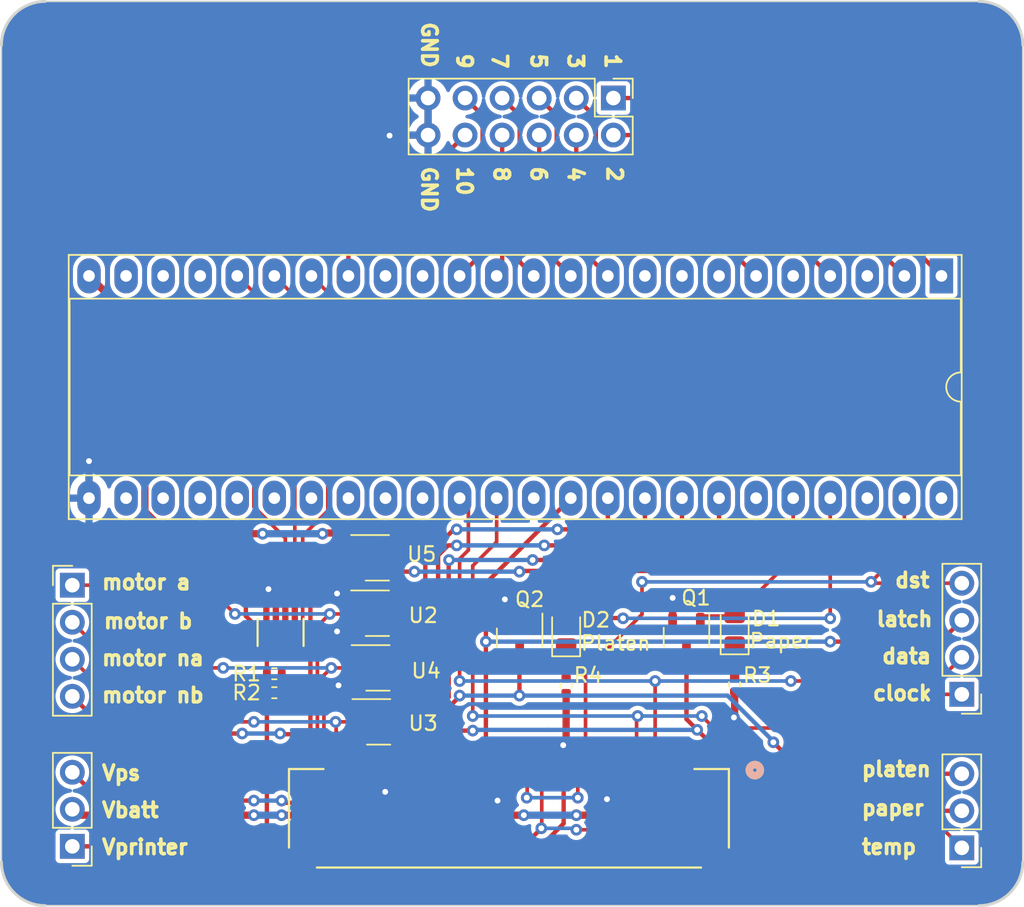
<source format=kicad_pcb>
(kicad_pcb (version 20221018) (generator pcbnew)
  (layers (0 "F.Cu" signal) (31 "B.Cu" power) (34 "B.Paste" user) (35 "F.Paste" user) (36 "B.SilkS" user "B.Silkscreen") (37 "F.SilkS" user "F.Silkscreen") (38 "B.Mask" user) (39 "F.Mask" user) (44 "Edge.Cuts" user))
  (net 0 "")
  (net 1 "/gpio1")
  (net 2 "/gpio2")
  (net 4 "/gpio3")
  (net 6 "/gpio4")
  (net 10 "/gpio5")
  (net 11 "/gpio6")
  (net 12 "/gpio7")
  (net 13 "/gpio8")
  (net 14 "/gpio9")
  (net 17 "/gpio10")
  (net 18 "/therm_spi_clk")
  (net 19 "/therm_spi_mosi")
  (net 20 "/therm_spi_cs")
  (net 24 "VCC")
  (net 25 "GND")
  (net 35 "/mech_data")
  (net 36 "/mech_clock")
  (net 38 "/mech_latch")
  (net 39 "/motor_a_sense")
  (net 40 "/motor_b_sense")
  (net 41 "/motor_na_sense")
  (net 42 "/motor_nb_sense")
  (net 44 "/paper_sensor_control")
  (net 45 "/platen_sensor_control")
  (net 47 "/mech_dst")
  (net 49 "/Vbatt")
  (net 50 "/Vprinter")
  (net 51 "/temp_sensor")
  (net 53 "/paper_sensor")
  (net 54 "/Vps")
  (net 55 "/platen_sensor")
  (net 58 "/motor_na")
  (net 59 "/motor_b")
  (net 60 "/motor_a")
  (net 61 "/motor_nb")
  (net 62 "Net-(D1-K)")
  (net 63 "Net-(D2-K)")
  (net 64 "Net-(U1-W)")
  (net 70 "Net-(R1-Pad2)")
  (footprint "Package_TO_SOT_SMD:SOT-23-5" (layer "F.Cu") (at 146.7625 103.15)
    (fp_text reference "U5")
    (fp_text value "AiP74LVC1G14GB235" hide)
  )
  (footprint "FH28-50S-0-5SH:FH28-50S-0.5SH05_HIR" (layer "F.Cu") (at 147.710005 117.710001)
    (fp_text reference "J2")
    (fp_text value "Conn_02x25_Mech")
  )
  (footprint "Resistor_SMD:R_0402_1005Metric" (layer "F.Cu") (at 159.7 111.905 -90)
    (fp_text reference "R4")
    (fp_text value "470")
  )
  (footprint "Package_DIP:DIP-48_W15.24mm_Socket_LongPads" (layer "F.Cu") (at 185.42 83.82 -90)
    (fp_text reference "J1")
    (fp_text value "Conn_02x24_Cmod_A7")
  )
  (footprint "LED_SMD:LED_0805_2012Metric" (layer "F.Cu") (at 159.7 108.2215 90)
    (fp_text reference "D2")
    (fp_text value "Platen")
  )
  (footprint "Resistor_SMD:R_0402_1005Metric" (layer "F.Cu") (at 171.25 111.832 -90)
    (fp_text reference "R3")
    (fp_text value "470")
  )
  (footprint "AD5165:UJ_8_ADI" (layer "F.Cu") (at 140.130001 108.26735 90)
    (fp_text reference "U1" hide)
    (fp_text value "AD5165BUJZ100-R2" hide)
  )
  (footprint "Connector_PinHeader_2.54mm:PinHeader_1x03_P2.54mm_Vertical" (layer "F.Cu") (at 125.857 122.936 180)
    (fp_text reference "J6")
    (fp_text value "Conn_01x03")
  )
  (footprint "Package_TO_SOT_SMD:SOT-23" (layer "F.Cu") (at 167.948 108.593 -90)
    (fp_text reference "Q1")
    (fp_text value "LBSS84LT1G" hide)
  )
  (footprint "Package_TO_SOT_SMD:SOT-23-5" (layer "F.Cu") (at 146.7625 106.95)
    (fp_text reference "U2")
    (fp_text value "AiP74LVC1G14GB235" hide)
  )
  (footprint "Connector_PinHeader_2.54mm:PinHeader_1x03_P2.54mm_Vertical" (layer "F.Cu") (at 186.817 123.038 180)
    (fp_text reference "J5")
    (fp_text value "Conn_01x03")
  )
  (footprint "Resistor_SMD:R_0402_1005Metric" (layer "F.Cu") (at 139.7 112.4)
    (fp_text reference "R1")
    (fp_text value "470")
  )
  (footprint "Connector_PinHeader_2.54mm:PinHeader_2x06_P2.54mm_Vertical" (layer "F.Cu") (at 162.936 71.623 -90)
    (fp_text reference "J7")
    (fp_text value "Conn_02x05_Top_Bottom")
  )
  (footprint "Connector_PinHeader_2.54mm:PinHeader_1x04_P2.54mm_Vertical" (layer "F.Cu") (at 125.857 105.029)
    (fp_text reference "J4")
    (fp_text value "Conn_01x04")
  )
  (footprint "Resistor_SMD:R_0402_1005Metric" (layer "F.Cu") (at 139.7 111.1 180)
    (fp_text reference "R2")
    (fp_text value "470")
  )
  (footprint "LED_SMD:LED_0805_2012Metric" (layer "F.Cu") (at 171.25 108.085 90)
    (fp_text reference "D1")
    (fp_text value "Paper")
  )
  (footprint "Package_TO_SOT_SMD:SOT-23-5" (layer "F.Cu") (at 146.85 114.4)
    (fp_text reference "U3")
    (fp_text value "AiP74LVC1G14GB235" hide)
  )
  (footprint "Package_TO_SOT_SMD:SOT-23" (layer "F.Cu") (at 156.514 108.643 -90)
    (fp_text reference "Q2")
    (fp_text value "LBSS84LT1G" hide)
  )
  (footprint "Package_TO_SOT_SMD:SOT-23-5" (layer "F.Cu") (at 146.8 110.7)
    (fp_text reference "U4")
    (fp_text value "AiP74LVC1G14GB235" hide)
  )
  (footprint "Connector_PinHeader_2.54mm:PinHeader_1x04_P2.54mm_Vertical" (layer "F.Cu") (at 186.817 112.512 180)
    (fp_text reference "J3")
    (fp_text value "Conn_01x04")
  )
  (gr_line (start 121 68) (end 121 124) (stroke (width 0.1)) (layer "Edge.Cuts"))
  (gr_arc (start 124 127) (mid 121.878679 126.121321) (end 121 124) (stroke (width 0.2)) (layer "Edge.Cuts"))
  (gr_arc (start 191 124) (mid 190.121321 126.121321) (end 188 127) (stroke (width 0.2)) (layer "Edge.Cuts"))
  (gr_arc (start 188 65) (mid 190.121321 65.878679) (end 191 68) (stroke (width 0.2)) (layer "Edge.Cuts"))
  (gr_line (start 124 127) (end 188 127) (stroke (width 0.1)) (layer "Edge.Cuts"))
  (gr_arc (start 121 68) (mid 121.878679 65.878679) (end 124 65) (stroke (width 0.2)) (layer "Edge.Cuts"))
  (gr_line (start 124 65) (end 188 65) (stroke (width 0.1)) (layer "Edge.Cuts"))
  (gr_line (start 191 68) (end 191 124) (stroke (width 0.1)) (layer "Edge.Cuts"))
  (gr_text "Vbatt" (at 127.762 121.031) (layer "F.SilkS") (effects (font (size 1 1) (thickness 0.25) bold) (justify left bottom)))
  (gr_text "GND" (at 149.733 76.2 270) (layer "F.SilkS") (effects (font (size 1 1) (thickness 0.25) bold) (justify left bottom)))
  (gr_text "motor nb" (at 127.762 113.157) (layer "F.SilkS") (effects (font (size 1 1) (thickness 0.25) bold) (justify left bottom)))
  (gr_text "4" (at 159.766 76.2 270) (layer "F.SilkS") (effects (font (size 1 1) (thickness 0.25) bold) (justify left bottom)))
  (gr_text "platen" (at 179.832 118.227) (layer "F.SilkS") (effects (font (size 1 1) (thickness 0.25) bold) (justify left bottom)))
  (gr_text "7" (at 154.559 68.453 270) (layer "F.SilkS") (effects (font (size 1 1) (thickness 0.25) bold) (justify left bottom)))
  (gr_text "3" (at 159.766 68.453 270) (layer "F.SilkS") (effects (font (size 1 1) (thickness 0.25) bold) (justify left bottom)))
  (gr_text "6" (at 157.226 76.2 270) (layer "F.SilkS") (effects (font (size 1 1) (thickness 0.25) bold) (justify left bottom)))
  (gr_text "GND" (at 149.733 66.294 270) (layer "F.SilkS") (effects (font (size 1 1) (thickness 0.25) bold) (justify left bottom)))
  (gr_text "data" (at 181.229 110.48) (layer "F.SilkS") (effects (font (size 1 1) (thickness 0.25) bold) (justify left bottom)))
  (gr_text "Vps" (at 127.762 118.491) (layer "F.SilkS") (effects (font (size 1 1) (thickness 0.25) bold) (justify left bottom)))
  (gr_text "motor a" (at 127.762 105.41) (layer "F.SilkS") (effects (font (size 1 1) (thickness 0.25) bold) (justify left bottom)))
  (gr_text "latch" (at 180.848 107.94) (layer "F.SilkS") (effects (font (size 1 1) (thickness 0.25) bold) (justify left bottom)))
  (gr_text "5" (at 157.226 68.453 270) (layer "F.SilkS") (effects (font (size 1 1) (thickness 0.25) bold) (justify left bottom)))
  (gr_text "1" (at 162.306 68.453 270) (layer "F.SilkS") (effects (font (size 1 1) (thickness 0.25) bold) (justify left bottom)))
  (gr_text "8" (at 154.686 76.2 270) (layer "F.SilkS") (effects (font (size 1 1) (thickness 0.25) bold) (justify left bottom)))
  (gr_text "9" (at 152.146 68.453 270) (layer "F.SilkS") (effects (font (size 1 1) (thickness 0.25) bold) (justify left bottom)))
  (gr_text "10" (at 152.146 76.2 270) (layer "F.SilkS") (effects (font (size 1 1) (thickness 0.25) bold) (justify left bottom)))
  (gr_text "motor b" (at 127.889 108.077) (layer "F.SilkS") (effects (font (size 1 1) (thickness 0.25) bold) (justify left bottom)))
  (gr_text "paper" (at 179.832 120.894) (layer "F.SilkS") (effects (font (size 1 1) (thickness 0.25) bold) (justify left bottom)))
  (gr_text "clock" (at 180.594 113.02) (layer "F.SilkS") (effects (font (size 1 1) (thickness 0.25) bold) (justify left bottom)))
  (gr_text "dst" (at 182.118 105.273) (layer "F.SilkS") (effects (font (size 1 1) (thickness 0.25) bold) (justify left bottom)))
  (gr_text "2" (at 162.433 76.2 270) (layer "F.SilkS") (effects (font (size 1 1) (thickness 0.25) bold) (justify left bottom)))
  (gr_text "temp" (at 179.832 123.561) (layer "F.SilkS") (effects (font (size 1 1) (thickness 0.25) bold) (justify left bottom)))
  (gr_text "Vprinter" (at 127.762 123.571) (layer "F.SilkS") (effects (font (size 1 1) (thickness 0.25) bold) (justify left bottom)))
  (gr_text "motor na" (at 127.762 110.617) (layer "F.SilkS") (effects (font (size 1 1) (thickness 0.25) bold) (justify left bottom)))
  (segment (start 162.936 71.623) (end 173.223 71.623) (width 0.3) (layer "F.Cu") (net 1))
  (segment (start 173.223 71.623) (end 185.42 83.82) (width 0.3) (layer "F.Cu") (net 1))
  (segment (start 173.223 74.163) (end 182.88 83.82) (width 0.3) (layer "F.Cu") (net 2))
  (segment (start 162.936 74.163) (end 173.223 74.163) (width 0.3) (layer "F.Cu") (net 2))
  (segment (start 161.736 76.136) (end 162.8 77.2) (width 0.3) (layer "F.Cu") (net 4))
  (segment (start 161.736 72.963) (end 161.736 76.136) (width 0.3) (layer "F.Cu") (net 4))
  (segment (start 162.8 77.2) (end 171.18 77.2) (width 0.3) (layer "F.Cu") (net 4))
  (segment (start 171.18 77.2) (end 177.8 83.82) (width 0.3) (layer "F.Cu") (net 4))
  (segment (start 160.396 71.623) (end 161.736 72.963) (width 0.3) (layer "F.Cu") (net 4))
  (segment (start 161.2 78.5) (end 167.4 78.5) (width 0.3) (layer "F.Cu") (net 6))
  (segment (start 160.396 77.696) (end 161.2 78.5) (width 0.3) (layer "F.Cu") (net 6))
  (segment (start 160.396 74.163) (end 160.396 77.696) (width 0.3) (layer "F.Cu") (net 6))
  (segment (start 167.4 78.5) (end 172.72 83.82) (width 0.3) (layer "F.Cu") (net 6))
  (segment (start 157.856 71.623) (end 159.056 72.823) (width 0.3) (layer "F.Cu") (net 10))
  (segment (start 159.056 72.823) (end 159.056 80.316) (width 0.3) (layer "F.Cu") (net 10))
  (segment (start 159.056 80.316) (end 162.56 83.82) (width 0.3) (layer "F.Cu") (net 10))
  (segment (start 157.856 81.656) (end 160.02 83.82) (width 0.3) (layer "F.Cu") (net 11))
  (segment (start 157.856 74.163) (end 157.856 81.656) (width 0.3) (layer "F.Cu") (net 11))
  (segment (start 155.316 71.623) (end 156.516 72.823) (width 0.3) (layer "F.Cu") (net 12))
  (segment (start 156.516 72.823) (end 156.516 82.856) (width 0.3) (layer "F.Cu") (net 12))
  (segment (start 156.516 82.856) (end 157.48 83.82) (width 0.3) (layer "F.Cu") (net 12))
  (segment (start 155.316 83.444) (end 154.94 83.82) (width 0.3) (layer "F.Cu") (net 13))
  (segment (start 155.316 74.163) (end 155.316 83.444) (width 0.3) (layer "F.Cu") (net 13))
  (segment (start 153.976 72.823) (end 153.976 82.244) (width 0.3) (layer "F.Cu") (net 14))
  (segment (start 152.776 71.623) (end 153.976 72.823) (width 0.3) (layer "F.Cu") (net 14))
  (segment (start 153.976 82.244) (end 152.4 83.82) (width 0.3) (layer "F.Cu") (net 14))
  (segment (start 144.78 82.159) (end 144.78 83.82) (width 0.3) (layer "F.Cu") (net 17))
  (segment (start 152.776 74.163) (end 144.78 82.159) (width 0.3) (layer "F.Cu") (net 17))
  (segment (start 141.6459 101.64509) (end 143.365 99.92599) (width 0.25) (layer "F.Cu") (net 18))
  (segment (start 143.365 84.945) (end 142.24 83.82) (width 0.25) (layer "F.Cu") (net 18))
  (segment (start 141.6459 109.0028) (end 141.6459 101.64509) (width 0.25) (layer "F.Cu") (net 18))
  (segment (start 141.105 109.5437) (end 141.6459 109.0028) (width 0.25) (layer "F.Cu") (net 18))
  (segment (start 143.365 99.92599) (end 143.365 84.945) (width 0.25) (layer "F.Cu") (net 18))
  (segment (start 141.105 85.225) (end 139.7 83.82) (width 0.25) (layer "F.Cu") (net 19))
  (segment (start 141.105 106.991) (end 141.105 85.225) (width 0.25) (layer "F.Cu") (net 19))
  (segment (start 140.455002 106.991) (end 140.455002 101.805992) (width 0.25) (layer "F.Cu") (net 20))
  (segment (start 140.455002 101.805992) (end 138.3 99.65099) (width 0.25) (layer "F.Cu") (net 20))
  (segment (start 138.3 84.96) (end 137.16 83.82) (width 0.25) (layer "F.Cu") (net 20))
  (segment (start 138.3 99.65099) (end 138.3 84.96) (width 0.25) (layer "F.Cu") (net 20))
  (segment (start 147.9 102.2) (end 146.7375 103.3625) (width 0.5) (layer "F.Cu") (net 24))
  (segment (start 137.75 107.15) (end 137.75 101.55) (width 0.3) (layer "F.Cu") (net 24))
  (segment (start 138.9 108.3) (end 137.75 107.15) (width 0.3) (layer "F.Cu") (net 24))
  (segment (start 137.75 101.55) (end 137.8 101.5) (width 0.3) (layer "F.Cu") (net 24))
  (segment (start 147.9 106) (end 147.9 106.388972) (width 0.5) (layer "F.Cu") (net 24))
  (segment (start 139.33755 108.3) (end 138.9 108.3) (width 0.3) (layer "F.Cu") (net 24))
  (segment (start 146.825 110.8625) (end 146.825 112.2875) (width 0.5) (layer "F.Cu") (net 24))
  (segment (start 127 83.82) (end 130.83 87.65) (width 0.5) (layer "F.Cu") (net 24))
  (segment (start 143.05 101.45) (end 143 101.5) (width 0.5) (layer "F.Cu") (net 24))
  (segment (start 147.15 101.45) (end 143.05 101.45) (width 0.5) (layer "F.Cu") (net 24))
  (segment (start 139.805 108.76745) (end 139.33755 108.3) (width 0.3) (layer "F.Cu") (net 24))
  (segment (start 147.9375 109.75) (end 146.825 110.8625) (width 0.5) (layer "F.Cu") (net 24))
  (segment (start 147.9 102.2) (end 147.15 101.45) (width 0.5) (layer "F.Cu") (net 24))
  (segment (start 147.9 106.388972) (end 146.7875 107.501472) (width 0.5) (layer "F.Cu") (net 24))
  (segment (start 130.83 99.977767) (end 132.352233 101.5) (width 0.5) (layer "F.Cu") (net 24))
  (segment (start 130.83 87.65) (end 130.83 99.977767) (width 0.5) (layer "F.Cu") (net 24))
  (segment (start 146.7375 104.8375) (end 147.9 106) (width 0.5) (layer "F.Cu") (net 24))
  (segment (start 132.352233 101.5) (end 137.8 101.5) (width 0.5) (layer "F.Cu") (net 24))
  (segment (start 139.805 109.5437) (end 139.805 108.76745) (width 0.3) (layer "F.Cu") (net 24))
  (segment (start 146.7375 103.3625) (end 146.7375 104.8375) (width 0.5) (layer "F.Cu") (net 24))
  (segment (start 137.8 101.5) (end 138.9 101.5) (width 0.5) (layer "F.Cu") (net 24))
  (segment (start 146.825 112.2875) (end 147.9875 113.45) (width 0.5) (layer "F.Cu") (net 24))
  (segment (start 146.7875 107.501472) (end 146.7875 108.6) (width 0.5) (layer "F.Cu") (net 24))
  (segment (start 146.7875 108.6) (end 147.9375 109.75) (width 0.5) (layer "F.Cu") (net 24))
  (via (at 143 101.5) (size 0.8) (drill 0.4) (layers "F.Cu" "B.Cu") (net 24))
  (via (at 138.9 101.5) (size 0.8) (drill 0.4) (layers "F.Cu" "B.Cu") (net 24))
  (segment (start 143 101.5) (end 138.9 101.5) (width 0.5) (layer "B.Cu") (net 24))
  (segment (start 159.7 114.2) (end 159.7 115.8) (width 0.5) (layer "F.Cu") (net 25))
  (segment (start 140.455002 108.38315) (end 139.805 107.733148) (width 0.3) (layer "F.Cu") (net 25))
  (segment (start 155.530004 117.710001) (end 155.030005 117.710001) (width 0.5) (layer "F.Cu") (net 25))
  (segment (start 154.030005 117.710001) (end 154.530004 117.710001) (width 0.5) (layer "F.Cu") (net 25))
  (segment (start 155.030005 117.710001) (end 154.530004 117.710001) (width 0.5) (layer "F.Cu") (net 25))
  (segment (start 162.530003 119.669997) (end 162.5 119.7) (width 0.25) (layer "F.Cu") (net 25))
  (segment (start 166.998 107.6555) (end 166.998 105.902) (width 0.5) (layer "F.Cu") (net 25))
  (segment (start 146.030003 117.710001) (end 146.304 117.710001) (width 0.25) (layer "F.Cu") (net 25))
  (segment (start 155.564 106.064) (end 155.5 106) (width 0.5) (layer "F.Cu") (net 25))
  (segment (start 159.030005 117.710001) (end 159.030005 116.469995) (width 0.3) (layer "F.Cu") (net 25))
  (segment (start 166.998 105.902) (end 167 105.9) (width 0.5) (layer "F.Cu") (net 25))
  (segment (start 147.637 74.163) (end 147.6 74.2) (width 0.5) (layer "F.Cu") (net 25))
  (segment (start 147.095303 119.2) (end 147.3 119.2) (width 0.25) (layer "F.Cu") (net 25))
  (segment (start 146.304 115.9415) (end 146.304 116.6) (width 0.5) (layer "F.Cu") (net 25))
  (segment (start 146.530005 117.710001) (end 146.304 117.710001) (width 0.25) (layer "F.Cu") (net 25))
  (segment (start 148.030004 117.710001) (end 148.030004 118.684702) (width 0.3) (layer "F.Cu") (net 25))
  (segment (start 145.7125 115.35) (end 146.304 115.9415) (width 0.5) (layer "F.Cu") (net 25))
  (segment (start 162.030004 117.710001) (end 162.530003 117.710001) (width 0.5) (layer "F.Cu") (net 25))
  (segment (start 139.805 105.805) (end 139.3 105.3) (width 0.25) (layer "F.Cu") (net 25))
  (segment (start 148.030004 118.684702) (end 147.514706 119.2) (width 0.3) (layer "F.Cu") (net 25))
  (segment (start 145.625 107.9) (end 144.3 107.9) (width 0.5) (layer "F.Cu") (net 25))
  (segment (start 159.030005 116.469995) (end 159.5 116) (width 0.3) (layer "F.Cu") (net 25))
  (segment (start 146.304 118.606082) (end 146.897918 119.2) (width 0.5) (layer "F.Cu") (net 25))
  (segment (start 145.625 104.1) (end 145.5 104.1) (width 0.5) (layer "F.Cu") (net 25))
  (segment (start 155.030005 117.710001) (end 155.030005 119.769995) (width 0.5) (layer "F.Cu") (net 25))
  (segment (start 155.530004 117.710001) (end 155.953005 117.710001) (width 0.5) (layer "F.Cu") (net 25))
  (segment (start 171.25 112.657) (end 171.25 114.05) (width 0.5) (layer "F.Cu") (net 25))
  (segment (start 162.530003 117.710001) (end 162.530003 119.669997) (width 0.25) (layer "F.Cu") (net 25))
  (segment (start 162.030004 117.710001) (end 161.607004 117.710001) (width 0.5) (layer "F.Cu") (net 25))
  (segment (start 139.805 106.991) (end 139.805 105.805) (width 0.25) (layer "F.Cu") (net 25))
  (segment (start 150.236 74.163) (end 147.637 74.163) (width 0.5) (layer "F.Cu") (net 25))
  (segment (start 155.030005 119.769995) (end 155 119.8) (width 0.5) (layer "F.Cu") (net 25))
  (segment (start 171.25 114.05) (end 171.2 114.1) (width 0.5) (layer "F.Cu") (net 25))
  (segment (start 146.304 116.6) (end 146.304 118.606082) (width 0.5) (layer "F.Cu") (net 25))
  (segment (start 163.030005 117.710001) (end 162.530003 117.710001) (width 0.5) (layer "F.Cu") (net 25))
  (segment (start 145.6625 111.65) (end 144.35 111.65) (width 0.5) (layer "F.Cu") (net 25))
  (segment (start 163.530004 117.710001) (end 163.030005 117.710001) (width 0.5) (layer "F.Cu") (net 25))
  (segment (start 155.564 107.7055) (end 155.564 106.064) (width 0.5) (layer "F.Cu") (net 25))
  (segment (start 163.530004 117.710001) (end 163.953004 117.710001) (width 0.5) (layer "F.Cu") (net 25))
  (segment (start 140.455002 109.5437) (end 140.455002 108.38315) (width 0.3) (layer "F.Cu") (net 25))
  (segment (start 150.236 71.623) (end 150.236 74.163) (width 0.5) (layer "F.Cu") (net 25))
  (segment (start 147.514706 119.2) (end 147.3 119.2) (width 0.3) (layer "F.Cu") (net 25))
  (segment (start 145.5 104.1) (end 144 105.6) (width 0.5) (layer "F.Cu") (net 25))
  (segment (start 139.805 107.733148) (end 139.805 106.991) (width 0.3) (layer "F.Cu") (net 25))
  (segment (start 159.7 115.8) (end 159.5 116) (width 0.5) (layer "F.Cu") (net 25))
  (segment (start 146.304 116.6) (end 146.304 117.710001) (width 0.5) (layer "F.Cu") (net 25))
  (segment (start 144.3 107.9) (end 144 108.2) (width 0.5) (layer "F.Cu") (net 25))
  (segment (start 127 96.52) (end 127 99.06) (width 0.5) (layer "F.Cu") (net 25))
  (segment (start 154.030005 117.710001) (end 153.630004 117.710001) (width 0.5) (layer "F.Cu") (net 25))
  (segment (start 159.7 112.73) (end 159.7 114.2) (width 0.5) (layer "F.Cu") (net 25))
  (segment (start 144.35 111.65) (end 144.1 111.9) (width 0.5) (layer "F.Cu") (net 25))
  (segment (start 146.897918 119.2) (end 147.3 119.2) (width 0.5) (layer "F.Cu") (net 25))
  (via (at 155 119.8) (size 0.8) (drill 0.4) (layers "F.Cu" "B.Cu") (net 25))
  (via (at 159.5 116) (size 0.8) (drill 0.4) (layers "F.Cu" "B.Cu") (net 25))
  (via (at 139.3 105.3) (size 0.8) (drill 0.4) (layers "F.Cu" "B.Cu") (net 25))
  (via (at 167 105.9) (size 0.8) (drill 0.4) (layers "F.Cu" "B.Cu") (net 25))
  (via (at 147.6 74.2) (size 0.8) (drill 0.4) (layers "F.Cu" "B.Cu") (net 25))
  (via (at 144.1 111.9) (size 0.8) (drill 0.4) (layers "F.Cu" "B.Cu") (net 25))
  (via (at 144 105.6) (size 0.8) (drill 0.4) (layers "F.Cu" "B.Cu") (net 25))
  (via (at 147.3 119.2) (size 0.8) (drill 0.4) (layers "F.Cu" "B.Cu") (net 25))
  (via (at 171.2 114.1) (size 0.8) (drill 0.4) (layers "F.Cu" "B.Cu") (net 25))
  (via (at 144 108.2) (size 0.8) (drill 0.4) (layers "F.Cu" "B.Cu") (net 25))
  (via (at 162.5 119.7) (size 0.8) (drill 0.4) (layers "F.Cu" "B.Cu") (net 25))
  (via (at 127 96.52) (size 0.8) (drill 0.4) (layers "F.Cu" "B.Cu") (net 25))
  (via (at 155.5 106) (size 0.8) (drill 0.4) (layers "F.Cu" "B.Cu") (net 25))
  (segment (start 175.1 111.6) (end 185.189 111.6) (width 0.25) (layer "F.Cu") (net 35))
  (segment (start 152.4 111.6) (end 152.4 103.225305) (width 0.25) (layer "F.Cu") (net 35))
  (segment (start 153 102.625305) (end 153 99.66) (width 0.25) (layer "F.Cu") (net 35))
  (segment (start 185.189 111.6) (end 186.817 109.972) (width 0.25) (layer "F.Cu") (net 35))
  (segment (start 165.030003 116.495302) (end 165.8 115.725305) (width 0.25) (layer "F.Cu") (net 35))
  (segment (start 152.4 103.225305) (end 153 102.625305) (width 0.25) (layer "F.Cu") (net 35))
  (segment (start 153 99.66) (end 152.4 99.06) (width 0.25) (layer "F.Cu") (net 35))
  (segment (start 165.030003 117.710001) (end 165.030003 116.495302) (width 0.25) (layer "F.Cu") (net 35))
  (segment (start 165.8 115.725305) (end 165.8 111.6) (width 0.25) (layer "F.Cu") (net 35))
  (via (at 175.1 111.6) (size 0.8) (drill 0.4) (layers "F.Cu" "B.Cu") (net 35))
  (via (at 152.4 111.6) (size 0.8) (drill 0.4) (layers "F.Cu" "B.Cu") (net 35))
  (via (at 165.8 111.6) (size 0.8) (drill 0.4) (layers "F.Cu" "B.Cu") (net 35))
  (segment (start 165.8 111.6) (end 169.3 111.6) (width 0.25) (layer "B.Cu") (net 35))
  (segment (start 165.8 111.6) (end 152.4 111.6) (width 0.25) (layer "B.Cu") (net 35))
  (segment (start 169.3 111.6) (end 175.1 111.6) (width 0.25) (layer "B.Cu") (net 35))
  (segment (start 154.94 102.06) (end 154.94 99.06) (width 0.25) (layer "F.Cu") (net 36))
  (segment (start 153.3 114) (end 153.3 103.7) (width 0.25) (layer "F.Cu") (net 36))
  (segment (start 164.530004 114.069996) (end 164.530004 117.710001) (width 0.25) (layer "F.Cu") (net 36))
  (segment (start 183.275 114.825) (end 185.588 112.512) (width 0.25) (layer "F.Cu") (net 36))
  (segment (start 153.3 103.7) (end 154.94 102.06) (width 0.25) (layer "F.Cu") (net 36))
  (segment (start 169.825 114.825) (end 183.275 114.825) (width 0.25) (layer "F.Cu") (net 36))
  (segment (start 164.6 114) (end 164.530004 114.069996) (width 0.25) (layer "F.Cu") (net 36))
  (segment (start 185.588 112.512) (end 186.817 112.512) (width 0.25) (layer "F.Cu") (net 36))
  (segment (start 169 114) (end 169.825 114.825) (width 0.25) (layer "F.Cu") (net 36))
  (via (at 153.3 114) (size 0.8) (drill 0.4) (layers "F.Cu" "B.Cu") (net 36))
  (via (at 169 114) (size 0.8) (drill 0.4) (layers "F.Cu" "B.Cu") (net 36))
  (via (at 164.6 114) (size 0.8) (drill 0.4) (layers "F.Cu" "B.Cu") (net 36))
  (segment (start 165 114) (end 164.6 114) (width 0.25) (layer "B.Cu") (net 36))
  (segment (start 164.6 114) (end 153.3 114) (width 0.25) (layer "B.Cu") (net 36))
  (segment (start 165 114) (end 169 114) (width 0.25) (layer "B.Cu") (net 36))
  (segment (start 177.8 108.9) (end 185.349 108.9) (width 0.3) (layer "F.Cu") (net 38))
  (segment (start 160.02 99.08) (end 160.02 99.06) (width 0.3) (layer "F.Cu") (net 38))
  (segment (start 185.349 108.9) (end 186.817 107.432) (width 0.3) (layer "F.Cu") (net 38))
  (segment (start 154.2 115.565304) (end 154.2 108.9) (width 0.3) (layer "F.Cu") (net 38))
  (segment (start 153.030004 117.710001) (end 153.030004 116.7353) (width 0.3) (layer "F.Cu") (net 38))
  (segment (start 154.2 104.9) (end 154.2 108.9) (width 0.3) (layer "F.Cu") (net 38))
  (segment (start 154.2 104.9) (end 160.02 99.08) (width 0.3) (layer "F.Cu") (net 38))
  (segment (start 153.030004 116.7353) (end 154.2 115.565304) (width 0.3) (layer "F.Cu") (net 38))
  (via (at 154.2 108.9) (size 0.8) (drill 0.4) (layers "F.Cu" "B.Cu") (net 38))
  (via (at 177.8 108.9) (size 0.8) (drill 0.4) (layers "F.Cu" "B.Cu") (net 38))
  (segment (start 154.2 108.9) (end 177.8 108.9) (width 0.3) (layer "B.Cu") (net 38))
  (segment (start 147.9 107.9) (end 147.9 107.369607) (width 0.3) (layer "F.Cu") (net 39))
  (segment (start 150.05 103.157733) (end 152.007733 101.2) (width 0.3) (layer "F.Cu") (net 39))
  (segment (start 147.9 107.369607) (end 150.05 105.219607) (width 0.3) (layer "F.Cu") (net 39))
  (segment (start 162.56 100.54) (end 162.56 99.06) (width 0.3) (layer "F.Cu") (net 39))
  (segment (start 150.05 105.219607) (end 150.05 103.157733) (width 0.3) (layer "F.Cu") (net 39))
  (segment (start 161.9 101.2) (end 162.56 100.54) (width 0.3) (layer "F.Cu") (net 39))
  (segment (start 152.007733 101.2) (end 152.2 101.2) (width 0.3) (layer "F.Cu") (net 39))
  (segment (start 159.1 101.2) (end 161.9 101.2) (width 0.3) (layer "F.Cu") (net 39))
  (via (at 159.1 101.2) (size 0.8) (drill 0.4) (layers "F.Cu" "B.Cu") (net 39))
  (via (at 152.2 101.2) (size 0.8) (drill 0.4) (layers "F.Cu" "B.Cu") (net 39))
  (segment (start 152.2 101.2) (end 159.1 101.2) (width 0.3) (layer "B.Cu") (net 39))
  (segment (start 147.9375 111.65) (end 150.9255 108.662) (width 0.3) (layer "F.Cu") (net 40))
  (segment (start 150.9255 108.662) (end 150.9255 102.989339) (width 0.3) (layer "F.Cu") (net 40))
  (segment (start 158.2 102.3) (end 163.36 102.3) (width 0.3) (layer "F.Cu") (net 40))
  (segment (start 151.614839 102.3) (end 152.2 102.3) (width 0.3) (layer "F.Cu") (net 40))
  (segment (start 163.36 102.3) (end 165.1 100.56) (width 0.3) (layer "F.Cu") (net 40))
  (segment (start 150.9255 102.989339) (end 151.614839 102.3) (width 0.3) (layer "F.Cu") (net 40))
  (segment (start 165.1 100.56) (end 165.1 99.06) (width 0.3) (layer "F.Cu") (net 40))
  (via (at 152.2 102.3) (size 0.8) (drill 0.4) (layers "F.Cu" "B.Cu") (net 40))
  (via (at 158.2 102.3) (size 0.8) (drill 0.4) (layers "F.Cu" "B.Cu") (net 40))
  (segment (start 152.2 102.3) (end 158.2 102.3) (width 0.3) (layer "B.Cu") (net 40))
  (segment (start 164.960161 103.3005) (end 164.960661 103.3) (width 0.3) (layer "F.Cu") (net 41))
  (segment (start 167.64 102.06) (end 167.64 99.06) (width 0.3) (layer "F.Cu") (net 41))
  (segment (start 147.9875 115.35) (end 149.001093 115.35) (width 0.3) (layer "F.Cu") (net 41))
  (segment (start 149.001093 115.35) (end 150.225547 114.125546) (width 0.3) (layer "F.Cu") (net 41))
  (segment (start 151.65 111.8) (end 151.65 103.3255) (width 0.3) (layer "F.Cu") (net 41))
  (segment (start 164.960661 103.3) (end 166.4 103.3) (width 0.3) (layer "F.Cu") (net 41))
  (segment (start 151.65 103.3255) (end 151.6755 103.3) (width 0.3) (layer "F.Cu") (net 41))
  (segment (start 166.4 103.3) (end 167.64 102.06) (width 0.3) (layer "F.Cu") (net 41))
  (segment (start 157.4 103.3005) (end 164.960161 103.3005) (width 0.3) (layer "F.Cu") (net 41))
  (segment (start 151.65 112.701093) (end 151.65 111.8) (width 0.3) (layer "F.Cu") (net 41))
  (segment (start 150.225547 114.125546) (end 151.65 112.701093) (width 0.3) (layer "F.Cu") (net 41))
  (via (at 157.4 103.3005) (size 0.8) (drill 0.4) (layers "F.Cu" "B.Cu") (net 41))
  (via (at 151.6755 103.3) (size 0.8) (drill 0.4) (layers "F.Cu" "B.Cu") (net 41))
  (segment (start 151.6755 103.3) (end 157.3995 103.3) (width 0.3) (layer "B.Cu") (net 41))
  (segment (start 157.3995 103.3) (end 157.4 103.3005) (width 0.3) (layer "B.Cu") (net 41))
  (segment (start 170.18 99.06) (end 170.18 103.32) (width 0.3) (layer "F.Cu") (net 42))
  (segment (start 149.3 104.1) (end 147.9 104.1) (width 0.3) (layer "F.Cu") (net 42))
  (segment (start 169.45 104.05) (end 164.9 104.05) (width 0.3) (layer "F.Cu") (net 42))
  (segment (start 170 103.5) (end 169.45 104.05) (width 0.3) (layer "F.Cu") (net 42))
  (segment (start 170.18 103.32) (end 170 103.5) (width 0.3) (layer "F.Cu") (net 42))
  (segment (start 164.9 104.05) (end 156.55 104.05) (width 0.3) (layer "F.Cu") (net 42))
  (segment (start 156.55 104.05) (end 156.5 104.1) (width 0.3) (layer "F.Cu") (net 42))
  (via (at 156.5 104.1) (size 0.8) (drill 0.4) (layers "F.Cu" "B.Cu") (net 42))
  (via (at 149.3 104.1) (size 0.8) (drill 0.4) (layers "F.Cu" "B.Cu") (net 42))
  (segment (start 156.5 104.1) (end 149.3 104.1) (width 0.3) (layer "B.Cu") (net 42))
  (segment (start 175.26 103.1375) (end 175.26 99.06) (width 0.25) (layer "F.Cu") (net 44))
  (segment (start 171.25 107.1475) (end 169.0335 107.1475) (width 0.25) (layer "F.Cu") (net 44))
  (segment (start 171.25 107.1475) (end 175.26 103.1375) (width 0.25) (layer "F.Cu") (net 44))
  (segment (start 169.0335 107.1475) (end 168.898 107.283) (width 0.25) (layer "F.Cu") (net 44))
  (segment (start 177.8 99.06) (end 177.8 107.3) (width 0.25) (layer "F.Cu") (net 45))
  (segment (start 159.651 107.333) (end 159.7 107.284) (width 0.3) (layer "F.Cu") (net 45))
  (segment (start 163.584 107.284) (end 163.6 107.3) (width 0.3) (layer "F.Cu") (net 45))
  (segment (start 159.7 107.284) (end 163.584 107.284) (width 0.3) (layer "F.Cu") (net 45))
  (segment (start 157.464 107.333) (end 159.651 107.333) (width 0.3) (layer "F.Cu") (net 45))
  (via (at 177.8 107.3) (size 0.8) (drill 0.4) (layers "F.Cu" "B.Cu") (net 45))
  (via (at 163.6 107.3) (size 0.8) (drill 0.4) (layers "F.Cu" "B.Cu") (net 45))
  (segment (start 163.6 107.3) (end 177.8 107.3) (width 0.25) (layer "B.Cu") (net 45))
  (segment (start 157.030004 119.569996) (end 157 119.6) (width 0.25) (layer "F.Cu") (net 47))
  (segment (start 164.9 107.025305) (end 164.9 104.8) (width 0.25) (layer "F.Cu") (net 47))
  (segment (start 161.030004 117.710001) (end 161.030004 110.895301) (width 0.25) (layer "F.Cu") (net 47))
  (segment (start 160.5 117.740006) (end 160.530005 117.710001) (width 0.25) (layer "F.Cu") (net 47))
  (segment (start 161.030004 117.710001) (end 160.030003 117.710001) (width 0.25) (layer "F.Cu") (net 47))
  (segment (start 180.692 104.892) (end 180.6 104.8) (width 0.25) (layer "F.Cu") (net 47))
  (segment (start 156.530005 117.710001) (end 157.530003 117.710001) (width 0.25) (layer "F.Cu") (net 47))
  (segment (start 180.6 104.8) (end 182.88 102.52) (width 0.25) (layer "F.Cu") (net 47))
  (segment (start 186.817 104.892) (end 180.692 104.892) (width 0.25) (layer "F.Cu") (net 47))
  (segment (start 157.030004 117.710001) (end 157.030004 119.569996) (width 0.25) (layer "F.Cu") (net 47))
  (segment (start 161.030004 110.895301) (end 164.9 107.025305) (width 0.25) (layer "F.Cu") (net 47))
  (segment (start 160.5 119.6) (end 160.5 117.740006) (width 0.25) (layer "F.Cu") (net 47))
  (segment (start 182.88 102.52) (end 182.88 99.06) (width 0.25) (layer "F.Cu") (net 47))
  (via (at 160.5 119.6) (size 0.8) (drill 0.4) (layers "F.Cu" "B.Cu") (net 47))
  (via (at 164.9 104.8) (size 0.8) (drill 0.4) (layers "F.Cu" "B.Cu") (net 47))
  (via (at 157 119.6) (size 0.8) (drill 0.4) (layers "F.Cu" "B.Cu") (net 47))
  (via (at 180.6 104.8) (size 0.8) (drill 0.4) (layers "F.Cu" "B.Cu") (net 47))
  (segment (start 180.6 104.8) (end 164.9 104.8) (width 0.25) (layer "B.Cu") (net 47))
  (segment (start 157 119.6) (end 160.5 119.6) (width 0.25) (layer "B.Cu") (net 47))
  (segment (start 151.530005 117.710001) (end 151.030003 117.710001) (width 0.5) (layer "F.Cu") (net 49))
  (segment (start 166.030004 118.230701) (end 163.460705 120.8) (width 0.5) (layer "F.Cu") (net 49))
  (segment (start 152.030004 117.710001) (end 151.530005 117.710001) (width 0.5) (layer "F.Cu") (net 49))
  (segment (start 126.261 120.8) (end 125.857 120.396) (width 0.5) (layer "F.Cu") (net 49))
  (segment (start 151.030003 117.710001) (end 151.030003 120.769997) (width 0.5) (layer "F.Cu") (net 49))
  (segment (start 152.030004 117.710001) (end 152.430004 117.710001) (width 0.5) (layer "F.Cu") (net 49))
  (segment (start 166.030004 117.710001) (end 165.607003 117.710001) (width 0.5) (layer "F.Cu") (net 49))
  (segment (start 166.030004 117.710001) (end 166.030004 118.230701) (width 0.5) (layer "F.Cu") (net 49))
  (segment (start 167.530003 117.710001) (end 167.030004 117.710001) (width 0.5) (layer "F.Cu") (net 49))
  (segment (start 163.460705 120.8) (end 160.4 120.8) (width 0.5) (layer "F.Cu") (net 49))
  (segment (start 156.8 120.8) (end 151 120.8) (width 0.5) (layer "F.Cu") (net 49))
  (segment (start 150.530004 117.710001) (end 150.107004 117.710001) (width 0.5) (layer "F.Cu") (net 49))
  (segment (start 151 120.8) (end 140.2 120.8) (width 0.5) (layer "F.Cu") (net 49))
  (segment (start 151.030003 120.769997) (end 151 120.8) (width 0.5) (layer "F.Cu") (net 49))
  (segment (start 166.530005 117.710001) (end 166.030004 117.710001) (width 0.5) (layer "F.Cu") (net 49))
  (segment (start 167.030004 117.710001) (end 166.530005 117.710001) (width 0.5) (layer "F.Cu") (net 49))
  (segment (start 138.3 120.8) (end 126.261 120.8) (width 0.5) (layer "F.Cu") (net 49))
  (segment (start 168.030005 117.710001) (end 167.530003 117.710001) (width 0.5) (layer "F.Cu") (net 49))
  (segment (start 151.030003 117.710001) (end 150.530004 117.710001) (width 0.5) (layer "F.Cu") (net 49))
  (via (at 160.4 120.8) (size 0.8) (drill 0.4) (layers "F.Cu" "B.Cu") (net 49))
  (via (at 138.3 120.8) (size 0.8) (drill 0.4) (layers "F.Cu" "B.Cu") (net 49))
  (via (at 140.2 120.8) (size 0.8) (drill 0.4) (layers "F.Cu" "B.Cu") (net 49))
  (via (at 156.8 120.8) (size 0.8) (drill 0.4) (layers "F.Cu" "B.Cu") (net 49))
  (segment (start 140.2 120.8) (end 138.3 120.8) (width 0.5) (layer "B.Cu") (net 49))
  (segment (start 160.4 120.8) (end 156.8 120.8) (width 0.5) (layer "B.Cu") (net 49))
  (segment (start 159.530004 117.710001) (end 159.530004 121.369996) (width 0.3) (layer "F.Cu") (net 50))
  (segment (start 157.964 122.936) (end 125.857 122.936) (width 0.3) (layer "F.Cu") (net 50))
  (segment (start 159.530004 121.369996) (end 157.964 122.936) (width 0.3) (layer "F.Cu") (net 50))
  (segment (start 157.264 122.436) (end 158 121.7) (width 0.3) (layer "F.Cu") (net 51))
  (segment (start 158 121.7) (end 158.030004 121.669996) (width 0.25) (layer "F.Cu") (net 51))
  (segment (start 139.19 112.4) (end 139.19 121.926) (width 0.3) (layer "F.Cu") (net 51))
  (segment (start 158.530003 117.710001) (end 158.030004 117.710001) (width 0.25) (layer "F.Cu") (net 51))
  (segment (start 160.4 121.799503) (end 185.578503 121.799503) (width 0.25) (layer "F.Cu") (net 51))
  (segment (start 139.19 121.926) (end 139.7 122.436) (width 0.3) (layer "F.Cu") (net 51))
  (segment (start 139.7 122.436) (end 157.264 122.436) (width 0.3) (layer "F.Cu") (net 51))
  (segment (start 185.578503 121.799503) (end 186.817 123.038) (width 0.25) (layer "F.Cu") (net 51))
  (segment (start 158.030004 121.669996) (end 158.030004 117.710001) (width 0.25) (layer "F.Cu") (net 51))
  (via (at 158 121.7) (size 0.8) (drill 0.4) (layers "F.Cu" "B.Cu") (net 51))
  (via (at 160.4 121.799503) (size 0.8) (drill 0.4) (layers "F.Cu" "B.Cu") (net 51))
  (segment (start 160.300497 121.7) (end 160.4 121.799503) (width 0.25) (layer "B.Cu") (net 51))
  (segment (start 158 121.7) (end 160.300497 121.7) (width 0.25) (layer "B.Cu") (net 51))
  (segment (start 174.233719 120.498) (end 186.817 120.498) (width 0.3) (layer "F.Cu") (net 53))
  (segment (start 167.948 111.96) (end 167.948 113.652) (width 0.3) (layer "F.Cu") (net 53))
  (segment (start 150.765305 115) (end 149.030005 116.7353) (width 0.3) (layer "F.Cu") (net 53))
  (segment (start 149.030005 116.7353) (end 149.030005 117.710001) (width 0.3) (layer "F.Cu") (net 53))
  (segment (start 167.948 109.903) (end 167.948 111.96) (width 0.3) (layer "F.Cu") (net 53))
  (segment (start 167.948 114.212281) (end 168.68393 114.948211) (width 0.3) (layer "F.Cu") (net 53))
  (segment (start 153.3 115) (end 150.765305 115) (width 0.3) (layer "F.Cu") (net 53))
  (segment (start 168.68393 114.948211) (end 174.233719 120.498) (width 0.3) (layer "F.Cu") (net 53))
  (segment (start 167.948 113.652) (end 167.948 114.212281) (width 0.3) (layer "F.Cu") (net 53))
  (via (at 168.68393 114.948211) (size 0.8) (drill 0.4) (layers "F.Cu" "B.Cu") (net 53))
  (via (at 153.3 115) (size 0.8) (drill 0.4) (layers "F.Cu" "B.Cu") (net 53))
  (segment (start 168.682141 114.95) (end 158.5 114.95) (width 0.3) (layer "B.Cu") (net 53))
  (segment (start 158.5 114.95) (end 153.35 114.95) (width 0.3) (layer "B.Cu") (net 53))
  (segment (start 168.68393 114.948211) (end 168.682141 114.95) (width 0.3) (layer "B.Cu") (net 53))
  (segment (start 153.35 114.95) (end 153.3 115) (width 0.3) (layer "B.Cu") (net 53))
  (segment (start 127.801497 119.800497) (end 125.857 117.856) (width 0.3) (layer "F.Cu") (net 54))
  (segment (start 138.3 119.800497) (end 127.801497 119.800497) (width 0.3) (layer "F.Cu") (net 54))
  (segment (start 147.610661 119.95) (end 140.349503 119.95) (width 0.3) (layer "F.Cu") (net 54))
  (segment (start 148.530003 117.710001) (end 148.530003 119.030658) (width 0.3) (layer "F.Cu") (net 54))
  (segment (start 140.349503 119.95) (end 140.2 119.800497) (width 0.3) (layer "F.Cu") (net 54))
  (segment (start 148.530003 119.030658) (end 147.610661 119.95) (width 0.3) (layer "F.Cu") (net 54))
  (via (at 140.2 119.800497) (size 0.8) (drill 0.4) (layers "F.Cu" "B.Cu") (net 54))
  (via (at 138.3 119.800497) (size 0.8) (drill 0.4) (layers "F.Cu" "B.Cu") (net 54))
  (segment (start 140.2 119.800497) (end 138.3 119.800497) (width 0.3) (layer "B.Cu") (net 54))
  (segment (start 147.530005 116.7353) (end 147.665305 116.6) (width 0.3) (layer "F.Cu") (net 55))
  (segment (start 156.5 109.5945) (end 156.514 109.5805) (width 0.3) (layer "F.Cu") (net 55))
  (segment (start 152.4 112.658199) (end 152.4 112.6) (width 0.3) (layer "F.Cu") (net 55))
  (segment (start 156.5 112.6) (end 156.5 109.5945) (width 0.3) (layer "F.Cu") (net 55))
  (segment (start 148.458199 116.6) (end 152.4 112.658199) (width 0.3) (layer "F.Cu") (net 55))
  (segment (start 176.058 117.958) (end 186.817 117.958) (width 0.3) (layer "F.Cu") (net 55))
  (segment (start 173.9 115.8) (end 176.058 117.958) (width 0.3) (layer "F.Cu") (net 55))
  (segment (start 147.665305 116.6) (end 148.458199 116.6) (width 0.3) (layer "F.Cu") (net 55))
  (segment (start 147.530005 117.710001) (end 147.530005 116.7353) (width 0.3) (layer "F.Cu") (net 55))
  (via (at 173.9 115.8) (size 0.8) (drill 0.4) (layers "F.Cu" "B.Cu") (net 55))
  (via (at 156.5 112.6) (size 0.8) (drill 0.4) (layers "F.Cu" "B.Cu") (net 55))
  (via (at 152.4 112.6) (size 0.8) (drill 0.4) (layers "F.Cu" "B.Cu") (net 55))
  (segment (start 173.9 115.739339) (end 173.9 115.8) (width 0.3) (layer "B.Cu") (net 55))
  (segment (start 156.5 112.6) (end 152.4 112.6) (width 0.3) (layer "B.Cu") (net 55))
  (segment (start 170.760661 112.6) (end 173.9 115.739339) (width 0.3) (layer "B.Cu") (net 55))
  (segment (start 156.5 112.6) (end 170.760661 112.6) (width 0.3) (layer "B.Cu") (net 55))
  (segment (start 138.3 114.4) (end 130.148 114.4) (width 0.25) (layer "F.Cu") (net 58))
  (segment (start 130.148 114.4) (end 125.857 110.109) (width 0.25) (layer "F.Cu") (net 58))
  (segment (start 143.9 114.4) (end 145.7125 114.4) (width 0.25) (layer "F.Cu") (net 58))
  (segment (start 143.936396 114.436396) (end 143.9 114.4) (width 0.25) (layer "F.Cu") (net 58))
  (segment (start 143.936396 115.063604) (end 143.936396 114.436396) (width 0.25) (layer "F.Cu") (net 58))
  (segment (start 145.030005 116.157213) (end 143.936396 115.063604) (width 0.25) (layer "F.Cu") (net 58))
  (segment (start 145.030005 117.710001) (end 145.030005 116.157213) (width 0.25) (layer "F.Cu") (net 58))
  (via (at 138.3 114.4) (size 0.8) (drill 0.4) (layers "F.Cu" "B.Cu") (net 58))
  (via (at 143.9 114.4) (size 0.8) (drill 0.4) (layers "F.Cu" "B.Cu") (net 58))
  (segment (start 143.9 114.4) (end 138.3 114.4) (width 0.25) (layer "B.Cu") (net 58))
  (segment (start 143.6 110.7) (end 145.6625 110.7) (width 0.25) (layer "F.Cu") (net 59))
  (segment (start 136.2 110.7) (end 128.988 110.7) (width 0.25) (layer "F.Cu") (net 59))
  (segment (start 144.530004 117.710001) (end 144.530004 116.293608) (width 0.25) (layer "F.Cu") (net 59))
  (segment (start 143.1 114.863604) (end 143.1 112.1) (width 0.25) (layer "F.Cu") (net 59))
  (segment (start 143.1 112.1) (end 143.1 111.2) (width 0.25) (layer "F.Cu") (net 59))
  (segment (start 144.530004 116.293608) (end 143.1 114.863604) (width 0.25) (layer "F.Cu") (net 59))
  (segment (start 128.988 110.7) (end 125.857 107.569) (width 0.25) (layer "F.Cu") (net 59))
  (segment (start 143.1 111.2) (end 143.6 110.7) (width 0.25) (layer "F.Cu") (net 59))
  (via (at 143.6 110.7) (size 0.8) (drill 0.4) (layers "F.Cu" "B.Cu") (net 59))
  (via (at 136.2 110.7) (size 0.8) (drill 0.4) (layers "F.Cu" "B.Cu") (net 59))
  (segment (start 143.6 110.7) (end 136.2 110.7) (width 0.25) (layer "B.Cu") (net 59))
  (segment (start 142.65 109.05) (end 142.65 107.85) (width 0.25) (layer "F.Cu") (net 60))
  (segment (start 142.65 115.05) (end 142.65 109.05) (width 0.25) (layer "F.Cu") (net 60))
  (segment (start 144.030005 116.430005) (end 142.65 115.05) (width 0.25) (layer "F.Cu") (net 60))
  (segment (start 144.030005 117.710001) (end 144.030005 116.430005) (width 0.25) (layer "F.Cu") (net 60))
  (segment (start 142.65 107.85) (end 143.5 107) (width 0.25) (layer "F.Cu") (net 60))
  (segment (start 135.029 105.029) (end 125.857 105.029) (width 0.25) (layer "F.Cu") (net 60))
  (segment (start 145.575 107) (end 145.625 106.95) (width 0.25) (layer "F.Cu") (net 60))
  (segment (start 137 107) (end 135.029 105.029) (width 0.25) (layer "F.Cu") (net 60))
  (segment (start 143.5 107) (end 145.575 107) (width 0.25) (layer "F.Cu") (net 60))
  (via (at 143.5 107) (size 0.8) (drill 0.4) (layers "F.Cu" "B.Cu") (net 60))
  (via (at 137 107) (size 0.8) (drill 0.4) (layers "F.Cu" "B.Cu") (net 60))
  (segment (start 143.5 107) (end 137 107) (width 0.25) (layer "B.Cu") (net 60))
  (segment (start 142.864124 115.935876) (end 142.175 115.246751) (width 0.3) (layer "F.Cu") (net 61))
  (segment (start 145.205393 103.15) (end 145.625 103.15) (width 0.3) (layer "F.Cu") (net 61))
  (segment (start 142.175 106.180393) (end 145.205393 103.15) (width 0.3) (layer "F.Cu") (net 61))
  (segment (start 143.530003 116.601755) (end 142.864124 115.935876) (width 0.3) (layer "F.Cu") (net 61))
  (segment (start 140.146751 115.246751) (end 140.1 115.2) (width 0.3) (layer "F.Cu") (net 61))
  (segment (start 142.175 115.246751) (end 140.146751 115.246751) (width 0.3) (layer "F.Cu") (net 61))
  (segment (start 143.530003 117.710001) (end 143.530003 116.601755) (width 0.3) (layer "F.Cu") (net 61))
  (segment (start 142.175 115.246751) (end 142.175 106.180393) (width 0.3) (layer "F.Cu") (net 61))
  (segment (start 128.408 115.2) (end 125.857 112.649) (width 0.3) (layer "F.Cu") (net 61))
  (segment (start 137.5 115.2) (end 128.408 115.2) (width 0.3) (layer "F.Cu") (net 61))
  (via (at 137.5 115.2) (size 0.8) (drill 0.4) (layers "F.Cu" "B.Cu") (net 61))
  (via (at 140.1 115.2) (size 0.8) (drill 0.4) (layers "F.Cu" "B.Cu") (net 61))
  (segment (start 140.1 115.2) (end 137.5 115.2) (width 0.3) (layer "B.Cu") (net 61))
  (segment (start 171.25 109.0225) (end 171.25 111.007) (width 0.25) (layer "F.Cu") (net 62))
  (segment (start 159.7 109.159) (end 159.7 111.08) (width 0.25) (layer "F.Cu") (net 63))
  (segment (start 139.19 109.578698) (end 139.155002 109.5437) (width 0.3) (layer "F.Cu") (net 64))
  (segment (start 139.19 111.1) (end 139.19 109.578698) (width 0.3) (layer "F.Cu") (net 64))
  (segment (start 140.21 111.1) (end 140.21 112.4) (width 0.3) (layer "F.Cu") (net 70))
  (zone (net 25) (net_name "GND") (layer "B.Cu") (connect_pads (clearance 0.3)) (min_thickness 0.25) (fill yes (thermal_gap 0.5) (thermal_bridge_width 0.5))
    (polygon (pts (xy 121 65) (xy 191 65) (xy 191 127) (xy 121 127)))
  )
)
</source>
